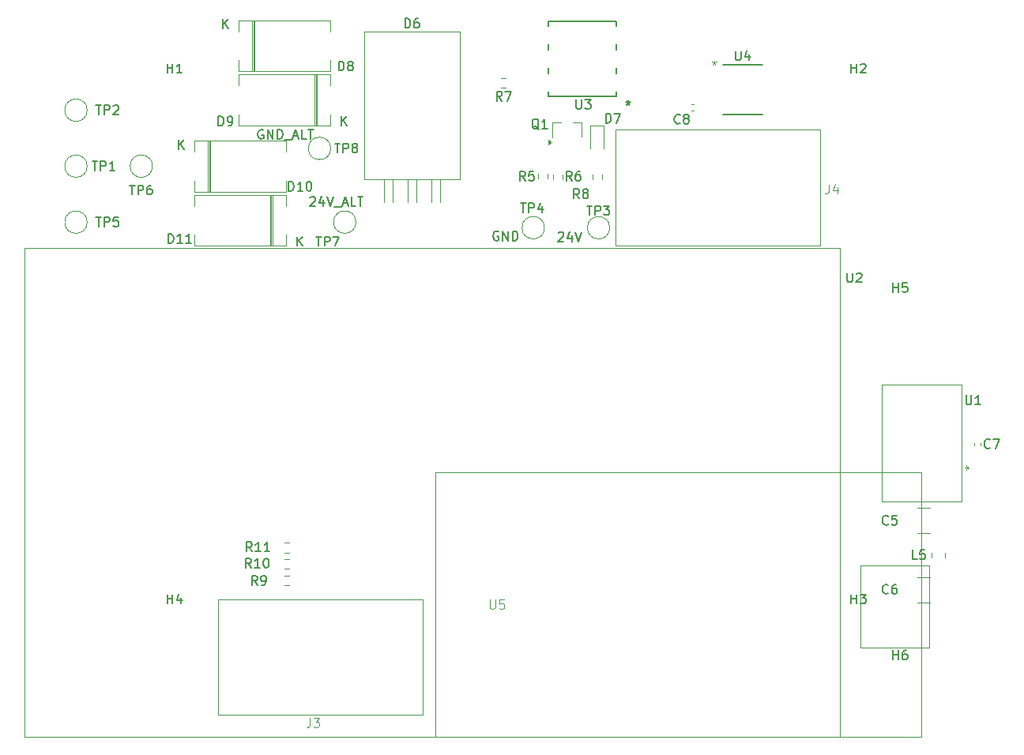
<source format=gto>
%TF.GenerationSoftware,KiCad,Pcbnew,9.0.0*%
%TF.CreationDate,2025-10-31T12:42:59+01:00*%
%TF.ProjectId,popcorn_roaster,706f7063-6f72-46e5-9f72-6f6173746572,rev?*%
%TF.SameCoordinates,Original*%
%TF.FileFunction,Legend,Top*%
%TF.FilePolarity,Positive*%
%FSLAX46Y46*%
G04 Gerber Fmt 4.6, Leading zero omitted, Abs format (unit mm)*
G04 Created by KiCad (PCBNEW 9.0.0) date 2025-10-31 12:42:59*
%MOMM*%
%LPD*%
G01*
G04 APERTURE LIST*
%ADD10C,0.150000*%
%ADD11C,0.100000*%
%ADD12C,0.120000*%
%ADD13C,0.050000*%
%ADD14C,0.152400*%
G04 APERTURE END LIST*
D10*
X25760588Y-12617438D02*
X25665350Y-12569819D01*
X25665350Y-12569819D02*
X25522493Y-12569819D01*
X25522493Y-12569819D02*
X25379636Y-12617438D01*
X25379636Y-12617438D02*
X25284398Y-12712676D01*
X25284398Y-12712676D02*
X25236779Y-12807914D01*
X25236779Y-12807914D02*
X25189160Y-12998390D01*
X25189160Y-12998390D02*
X25189160Y-13141247D01*
X25189160Y-13141247D02*
X25236779Y-13331723D01*
X25236779Y-13331723D02*
X25284398Y-13426961D01*
X25284398Y-13426961D02*
X25379636Y-13522200D01*
X25379636Y-13522200D02*
X25522493Y-13569819D01*
X25522493Y-13569819D02*
X25617731Y-13569819D01*
X25617731Y-13569819D02*
X25760588Y-13522200D01*
X25760588Y-13522200D02*
X25808207Y-13474580D01*
X25808207Y-13474580D02*
X25808207Y-13141247D01*
X25808207Y-13141247D02*
X25617731Y-13141247D01*
X26236779Y-13569819D02*
X26236779Y-12569819D01*
X26236779Y-12569819D02*
X26808207Y-13569819D01*
X26808207Y-13569819D02*
X26808207Y-12569819D01*
X27284398Y-13569819D02*
X27284398Y-12569819D01*
X27284398Y-12569819D02*
X27522493Y-12569819D01*
X27522493Y-12569819D02*
X27665350Y-12617438D01*
X27665350Y-12617438D02*
X27760588Y-12712676D01*
X27760588Y-12712676D02*
X27808207Y-12807914D01*
X27808207Y-12807914D02*
X27855826Y-12998390D01*
X27855826Y-12998390D02*
X27855826Y-13141247D01*
X27855826Y-13141247D02*
X27808207Y-13331723D01*
X27808207Y-13331723D02*
X27760588Y-13426961D01*
X27760588Y-13426961D02*
X27665350Y-13522200D01*
X27665350Y-13522200D02*
X27522493Y-13569819D01*
X27522493Y-13569819D02*
X27284398Y-13569819D01*
X28046303Y-13665057D02*
X28808207Y-13665057D01*
X28998684Y-13284104D02*
X29474874Y-13284104D01*
X28903446Y-13569819D02*
X29236779Y-12569819D01*
X29236779Y-12569819D02*
X29570112Y-13569819D01*
X30379636Y-13569819D02*
X29903446Y-13569819D01*
X29903446Y-13569819D02*
X29903446Y-12569819D01*
X30570113Y-12569819D02*
X31141541Y-12569819D01*
X30855827Y-13569819D02*
X30855827Y-12569819D01*
X50960588Y-23517438D02*
X50865350Y-23469819D01*
X50865350Y-23469819D02*
X50722493Y-23469819D01*
X50722493Y-23469819D02*
X50579636Y-23517438D01*
X50579636Y-23517438D02*
X50484398Y-23612676D01*
X50484398Y-23612676D02*
X50436779Y-23707914D01*
X50436779Y-23707914D02*
X50389160Y-23898390D01*
X50389160Y-23898390D02*
X50389160Y-24041247D01*
X50389160Y-24041247D02*
X50436779Y-24231723D01*
X50436779Y-24231723D02*
X50484398Y-24326961D01*
X50484398Y-24326961D02*
X50579636Y-24422200D01*
X50579636Y-24422200D02*
X50722493Y-24469819D01*
X50722493Y-24469819D02*
X50817731Y-24469819D01*
X50817731Y-24469819D02*
X50960588Y-24422200D01*
X50960588Y-24422200D02*
X51008207Y-24374580D01*
X51008207Y-24374580D02*
X51008207Y-24041247D01*
X51008207Y-24041247D02*
X50817731Y-24041247D01*
X51436779Y-24469819D02*
X51436779Y-23469819D01*
X51436779Y-23469819D02*
X52008207Y-24469819D01*
X52008207Y-24469819D02*
X52008207Y-23469819D01*
X52484398Y-24469819D02*
X52484398Y-23469819D01*
X52484398Y-23469819D02*
X52722493Y-23469819D01*
X52722493Y-23469819D02*
X52865350Y-23517438D01*
X52865350Y-23517438D02*
X52960588Y-23612676D01*
X52960588Y-23612676D02*
X53008207Y-23707914D01*
X53008207Y-23707914D02*
X53055826Y-23898390D01*
X53055826Y-23898390D02*
X53055826Y-24041247D01*
X53055826Y-24041247D02*
X53008207Y-24231723D01*
X53008207Y-24231723D02*
X52960588Y-24326961D01*
X52960588Y-24326961D02*
X52865350Y-24422200D01*
X52865350Y-24422200D02*
X52722493Y-24469819D01*
X52722493Y-24469819D02*
X52484398Y-24469819D01*
X57389160Y-23665057D02*
X57436779Y-23617438D01*
X57436779Y-23617438D02*
X57532017Y-23569819D01*
X57532017Y-23569819D02*
X57770112Y-23569819D01*
X57770112Y-23569819D02*
X57865350Y-23617438D01*
X57865350Y-23617438D02*
X57912969Y-23665057D01*
X57912969Y-23665057D02*
X57960588Y-23760295D01*
X57960588Y-23760295D02*
X57960588Y-23855533D01*
X57960588Y-23855533D02*
X57912969Y-23998390D01*
X57912969Y-23998390D02*
X57341541Y-24569819D01*
X57341541Y-24569819D02*
X57960588Y-24569819D01*
X58817731Y-23903152D02*
X58817731Y-24569819D01*
X58579636Y-23522200D02*
X58341541Y-24236485D01*
X58341541Y-24236485D02*
X58960588Y-24236485D01*
X59198684Y-23569819D02*
X59532017Y-24569819D01*
X59532017Y-24569819D02*
X59865350Y-23569819D01*
X30789160Y-19865057D02*
X30836779Y-19817438D01*
X30836779Y-19817438D02*
X30932017Y-19769819D01*
X30932017Y-19769819D02*
X31170112Y-19769819D01*
X31170112Y-19769819D02*
X31265350Y-19817438D01*
X31265350Y-19817438D02*
X31312969Y-19865057D01*
X31312969Y-19865057D02*
X31360588Y-19960295D01*
X31360588Y-19960295D02*
X31360588Y-20055533D01*
X31360588Y-20055533D02*
X31312969Y-20198390D01*
X31312969Y-20198390D02*
X30741541Y-20769819D01*
X30741541Y-20769819D02*
X31360588Y-20769819D01*
X32217731Y-20103152D02*
X32217731Y-20769819D01*
X31979636Y-19722200D02*
X31741541Y-20436485D01*
X31741541Y-20436485D02*
X32360588Y-20436485D01*
X32598684Y-19769819D02*
X32932017Y-20769819D01*
X32932017Y-20769819D02*
X33265350Y-19769819D01*
X33360589Y-20865057D02*
X34122493Y-20865057D01*
X34312970Y-20484104D02*
X34789160Y-20484104D01*
X34217732Y-20769819D02*
X34551065Y-19769819D01*
X34551065Y-19769819D02*
X34884398Y-20769819D01*
X35693922Y-20769819D02*
X35217732Y-20769819D01*
X35217732Y-20769819D02*
X35217732Y-19769819D01*
X35884399Y-19769819D02*
X36455827Y-19769819D01*
X36170113Y-20769819D02*
X36170113Y-19769819D01*
X15585714Y-24754819D02*
X15585714Y-23754819D01*
X15585714Y-23754819D02*
X15823809Y-23754819D01*
X15823809Y-23754819D02*
X15966666Y-23802438D01*
X15966666Y-23802438D02*
X16061904Y-23897676D01*
X16061904Y-23897676D02*
X16109523Y-23992914D01*
X16109523Y-23992914D02*
X16157142Y-24183390D01*
X16157142Y-24183390D02*
X16157142Y-24326247D01*
X16157142Y-24326247D02*
X16109523Y-24516723D01*
X16109523Y-24516723D02*
X16061904Y-24611961D01*
X16061904Y-24611961D02*
X15966666Y-24707200D01*
X15966666Y-24707200D02*
X15823809Y-24754819D01*
X15823809Y-24754819D02*
X15585714Y-24754819D01*
X17109523Y-24754819D02*
X16538095Y-24754819D01*
X16823809Y-24754819D02*
X16823809Y-23754819D01*
X16823809Y-23754819D02*
X16728571Y-23897676D01*
X16728571Y-23897676D02*
X16633333Y-23992914D01*
X16633333Y-23992914D02*
X16538095Y-24040533D01*
X18061904Y-24754819D02*
X17490476Y-24754819D01*
X17776190Y-24754819D02*
X17776190Y-23754819D01*
X17776190Y-23754819D02*
X17680952Y-23897676D01*
X17680952Y-23897676D02*
X17585714Y-23992914D01*
X17585714Y-23992914D02*
X17490476Y-24040533D01*
X29388095Y-25054819D02*
X29388095Y-24054819D01*
X29959523Y-25054819D02*
X29530952Y-24483390D01*
X29959523Y-24054819D02*
X29388095Y-24626247D01*
X59633333Y-19954819D02*
X59300000Y-19478628D01*
X59061905Y-19954819D02*
X59061905Y-18954819D01*
X59061905Y-18954819D02*
X59442857Y-18954819D01*
X59442857Y-18954819D02*
X59538095Y-19002438D01*
X59538095Y-19002438D02*
X59585714Y-19050057D01*
X59585714Y-19050057D02*
X59633333Y-19145295D01*
X59633333Y-19145295D02*
X59633333Y-19288152D01*
X59633333Y-19288152D02*
X59585714Y-19383390D01*
X59585714Y-19383390D02*
X59538095Y-19431009D01*
X59538095Y-19431009D02*
X59442857Y-19478628D01*
X59442857Y-19478628D02*
X59061905Y-19478628D01*
X60204762Y-19383390D02*
X60109524Y-19335771D01*
X60109524Y-19335771D02*
X60061905Y-19288152D01*
X60061905Y-19288152D02*
X60014286Y-19192914D01*
X60014286Y-19192914D02*
X60014286Y-19145295D01*
X60014286Y-19145295D02*
X60061905Y-19050057D01*
X60061905Y-19050057D02*
X60109524Y-19002438D01*
X60109524Y-19002438D02*
X60204762Y-18954819D01*
X60204762Y-18954819D02*
X60395238Y-18954819D01*
X60395238Y-18954819D02*
X60490476Y-19002438D01*
X60490476Y-19002438D02*
X60538095Y-19050057D01*
X60538095Y-19050057D02*
X60585714Y-19145295D01*
X60585714Y-19145295D02*
X60585714Y-19192914D01*
X60585714Y-19192914D02*
X60538095Y-19288152D01*
X60538095Y-19288152D02*
X60490476Y-19335771D01*
X60490476Y-19335771D02*
X60395238Y-19383390D01*
X60395238Y-19383390D02*
X60204762Y-19383390D01*
X60204762Y-19383390D02*
X60109524Y-19431009D01*
X60109524Y-19431009D02*
X60061905Y-19478628D01*
X60061905Y-19478628D02*
X60014286Y-19573866D01*
X60014286Y-19573866D02*
X60014286Y-19764342D01*
X60014286Y-19764342D02*
X60061905Y-19859580D01*
X60061905Y-19859580D02*
X60109524Y-19907200D01*
X60109524Y-19907200D02*
X60204762Y-19954819D01*
X60204762Y-19954819D02*
X60395238Y-19954819D01*
X60395238Y-19954819D02*
X60490476Y-19907200D01*
X60490476Y-19907200D02*
X60538095Y-19859580D01*
X60538095Y-19859580D02*
X60585714Y-19764342D01*
X60585714Y-19764342D02*
X60585714Y-19573866D01*
X60585714Y-19573866D02*
X60538095Y-19478628D01*
X60538095Y-19478628D02*
X60490476Y-19431009D01*
X60490476Y-19431009D02*
X60395238Y-19383390D01*
X7438095Y-15956819D02*
X8009523Y-15956819D01*
X7723809Y-16956819D02*
X7723809Y-15956819D01*
X8342857Y-16956819D02*
X8342857Y-15956819D01*
X8342857Y-15956819D02*
X8723809Y-15956819D01*
X8723809Y-15956819D02*
X8819047Y-16004438D01*
X8819047Y-16004438D02*
X8866666Y-16052057D01*
X8866666Y-16052057D02*
X8914285Y-16147295D01*
X8914285Y-16147295D02*
X8914285Y-16290152D01*
X8914285Y-16290152D02*
X8866666Y-16385390D01*
X8866666Y-16385390D02*
X8819047Y-16433009D01*
X8819047Y-16433009D02*
X8723809Y-16480628D01*
X8723809Y-16480628D02*
X8342857Y-16480628D01*
X9866666Y-16956819D02*
X9295238Y-16956819D01*
X9580952Y-16956819D02*
X9580952Y-15956819D01*
X9580952Y-15956819D02*
X9485714Y-16099676D01*
X9485714Y-16099676D02*
X9390476Y-16194914D01*
X9390476Y-16194914D02*
X9295238Y-16242533D01*
X92733333Y-54859580D02*
X92685714Y-54907200D01*
X92685714Y-54907200D02*
X92542857Y-54954819D01*
X92542857Y-54954819D02*
X92447619Y-54954819D01*
X92447619Y-54954819D02*
X92304762Y-54907200D01*
X92304762Y-54907200D02*
X92209524Y-54811961D01*
X92209524Y-54811961D02*
X92161905Y-54716723D01*
X92161905Y-54716723D02*
X92114286Y-54526247D01*
X92114286Y-54526247D02*
X92114286Y-54383390D01*
X92114286Y-54383390D02*
X92161905Y-54192914D01*
X92161905Y-54192914D02*
X92209524Y-54097676D01*
X92209524Y-54097676D02*
X92304762Y-54002438D01*
X92304762Y-54002438D02*
X92447619Y-53954819D01*
X92447619Y-53954819D02*
X92542857Y-53954819D01*
X92542857Y-53954819D02*
X92685714Y-54002438D01*
X92685714Y-54002438D02*
X92733333Y-54050057D01*
X93638095Y-53954819D02*
X93161905Y-53954819D01*
X93161905Y-53954819D02*
X93114286Y-54431009D01*
X93114286Y-54431009D02*
X93161905Y-54383390D01*
X93161905Y-54383390D02*
X93257143Y-54335771D01*
X93257143Y-54335771D02*
X93495238Y-54335771D01*
X93495238Y-54335771D02*
X93590476Y-54383390D01*
X93590476Y-54383390D02*
X93638095Y-54431009D01*
X93638095Y-54431009D02*
X93685714Y-54526247D01*
X93685714Y-54526247D02*
X93685714Y-54764342D01*
X93685714Y-54764342D02*
X93638095Y-54859580D01*
X93638095Y-54859580D02*
X93590476Y-54907200D01*
X93590476Y-54907200D02*
X93495238Y-54954819D01*
X93495238Y-54954819D02*
X93257143Y-54954819D01*
X93257143Y-54954819D02*
X93161905Y-54907200D01*
X93161905Y-54907200D02*
X93114286Y-54859580D01*
X24457142Y-59554819D02*
X24123809Y-59078628D01*
X23885714Y-59554819D02*
X23885714Y-58554819D01*
X23885714Y-58554819D02*
X24266666Y-58554819D01*
X24266666Y-58554819D02*
X24361904Y-58602438D01*
X24361904Y-58602438D02*
X24409523Y-58650057D01*
X24409523Y-58650057D02*
X24457142Y-58745295D01*
X24457142Y-58745295D02*
X24457142Y-58888152D01*
X24457142Y-58888152D02*
X24409523Y-58983390D01*
X24409523Y-58983390D02*
X24361904Y-59031009D01*
X24361904Y-59031009D02*
X24266666Y-59078628D01*
X24266666Y-59078628D02*
X23885714Y-59078628D01*
X25409523Y-59554819D02*
X24838095Y-59554819D01*
X25123809Y-59554819D02*
X25123809Y-58554819D01*
X25123809Y-58554819D02*
X25028571Y-58697676D01*
X25028571Y-58697676D02*
X24933333Y-58792914D01*
X24933333Y-58792914D02*
X24838095Y-58840533D01*
X26028571Y-58554819D02*
X26123809Y-58554819D01*
X26123809Y-58554819D02*
X26219047Y-58602438D01*
X26219047Y-58602438D02*
X26266666Y-58650057D01*
X26266666Y-58650057D02*
X26314285Y-58745295D01*
X26314285Y-58745295D02*
X26361904Y-58935771D01*
X26361904Y-58935771D02*
X26361904Y-59173866D01*
X26361904Y-59173866D02*
X26314285Y-59364342D01*
X26314285Y-59364342D02*
X26266666Y-59459580D01*
X26266666Y-59459580D02*
X26219047Y-59507200D01*
X26219047Y-59507200D02*
X26123809Y-59554819D01*
X26123809Y-59554819D02*
X26028571Y-59554819D01*
X26028571Y-59554819D02*
X25933333Y-59507200D01*
X25933333Y-59507200D02*
X25885714Y-59459580D01*
X25885714Y-59459580D02*
X25838095Y-59364342D01*
X25838095Y-59364342D02*
X25790476Y-59173866D01*
X25790476Y-59173866D02*
X25790476Y-58935771D01*
X25790476Y-58935771D02*
X25838095Y-58745295D01*
X25838095Y-58745295D02*
X25885714Y-58650057D01*
X25885714Y-58650057D02*
X25933333Y-58602438D01*
X25933333Y-58602438D02*
X26028571Y-58554819D01*
X58833333Y-18054819D02*
X58500000Y-17578628D01*
X58261905Y-18054819D02*
X58261905Y-17054819D01*
X58261905Y-17054819D02*
X58642857Y-17054819D01*
X58642857Y-17054819D02*
X58738095Y-17102438D01*
X58738095Y-17102438D02*
X58785714Y-17150057D01*
X58785714Y-17150057D02*
X58833333Y-17245295D01*
X58833333Y-17245295D02*
X58833333Y-17388152D01*
X58833333Y-17388152D02*
X58785714Y-17483390D01*
X58785714Y-17483390D02*
X58738095Y-17531009D01*
X58738095Y-17531009D02*
X58642857Y-17578628D01*
X58642857Y-17578628D02*
X58261905Y-17578628D01*
X59690476Y-17054819D02*
X59500000Y-17054819D01*
X59500000Y-17054819D02*
X59404762Y-17102438D01*
X59404762Y-17102438D02*
X59357143Y-17150057D01*
X59357143Y-17150057D02*
X59261905Y-17292914D01*
X59261905Y-17292914D02*
X59214286Y-17483390D01*
X59214286Y-17483390D02*
X59214286Y-17864342D01*
X59214286Y-17864342D02*
X59261905Y-17959580D01*
X59261905Y-17959580D02*
X59309524Y-18007200D01*
X59309524Y-18007200D02*
X59404762Y-18054819D01*
X59404762Y-18054819D02*
X59595238Y-18054819D01*
X59595238Y-18054819D02*
X59690476Y-18007200D01*
X59690476Y-18007200D02*
X59738095Y-17959580D01*
X59738095Y-17959580D02*
X59785714Y-17864342D01*
X59785714Y-17864342D02*
X59785714Y-17626247D01*
X59785714Y-17626247D02*
X59738095Y-17531009D01*
X59738095Y-17531009D02*
X59690476Y-17483390D01*
X59690476Y-17483390D02*
X59595238Y-17435771D01*
X59595238Y-17435771D02*
X59404762Y-17435771D01*
X59404762Y-17435771D02*
X59309524Y-17483390D01*
X59309524Y-17483390D02*
X59261905Y-17531009D01*
X59261905Y-17531009D02*
X59214286Y-17626247D01*
X33861905Y-6254819D02*
X33861905Y-5254819D01*
X33861905Y-5254819D02*
X34100000Y-5254819D01*
X34100000Y-5254819D02*
X34242857Y-5302438D01*
X34242857Y-5302438D02*
X34338095Y-5397676D01*
X34338095Y-5397676D02*
X34385714Y-5492914D01*
X34385714Y-5492914D02*
X34433333Y-5683390D01*
X34433333Y-5683390D02*
X34433333Y-5826247D01*
X34433333Y-5826247D02*
X34385714Y-6016723D01*
X34385714Y-6016723D02*
X34338095Y-6111961D01*
X34338095Y-6111961D02*
X34242857Y-6207200D01*
X34242857Y-6207200D02*
X34100000Y-6254819D01*
X34100000Y-6254819D02*
X33861905Y-6254819D01*
X35004762Y-5683390D02*
X34909524Y-5635771D01*
X34909524Y-5635771D02*
X34861905Y-5588152D01*
X34861905Y-5588152D02*
X34814286Y-5492914D01*
X34814286Y-5492914D02*
X34814286Y-5445295D01*
X34814286Y-5445295D02*
X34861905Y-5350057D01*
X34861905Y-5350057D02*
X34909524Y-5302438D01*
X34909524Y-5302438D02*
X35004762Y-5254819D01*
X35004762Y-5254819D02*
X35195238Y-5254819D01*
X35195238Y-5254819D02*
X35290476Y-5302438D01*
X35290476Y-5302438D02*
X35338095Y-5350057D01*
X35338095Y-5350057D02*
X35385714Y-5445295D01*
X35385714Y-5445295D02*
X35385714Y-5492914D01*
X35385714Y-5492914D02*
X35338095Y-5588152D01*
X35338095Y-5588152D02*
X35290476Y-5635771D01*
X35290476Y-5635771D02*
X35195238Y-5683390D01*
X35195238Y-5683390D02*
X35004762Y-5683390D01*
X35004762Y-5683390D02*
X34909524Y-5731009D01*
X34909524Y-5731009D02*
X34861905Y-5778628D01*
X34861905Y-5778628D02*
X34814286Y-5873866D01*
X34814286Y-5873866D02*
X34814286Y-6064342D01*
X34814286Y-6064342D02*
X34861905Y-6159580D01*
X34861905Y-6159580D02*
X34909524Y-6207200D01*
X34909524Y-6207200D02*
X35004762Y-6254819D01*
X35004762Y-6254819D02*
X35195238Y-6254819D01*
X35195238Y-6254819D02*
X35290476Y-6207200D01*
X35290476Y-6207200D02*
X35338095Y-6159580D01*
X35338095Y-6159580D02*
X35385714Y-6064342D01*
X35385714Y-6064342D02*
X35385714Y-5873866D01*
X35385714Y-5873866D02*
X35338095Y-5778628D01*
X35338095Y-5778628D02*
X35290476Y-5731009D01*
X35290476Y-5731009D02*
X35195238Y-5683390D01*
X21438095Y-1754819D02*
X21438095Y-754819D01*
X22009523Y-1754819D02*
X21580952Y-1183390D01*
X22009523Y-754819D02*
X21438095Y-1326247D01*
X93238095Y-30004819D02*
X93238095Y-29004819D01*
X93238095Y-29481009D02*
X93809523Y-29481009D01*
X93809523Y-30004819D02*
X93809523Y-29004819D01*
X94761904Y-29004819D02*
X94285714Y-29004819D01*
X94285714Y-29004819D02*
X94238095Y-29481009D01*
X94238095Y-29481009D02*
X94285714Y-29433390D01*
X94285714Y-29433390D02*
X94380952Y-29385771D01*
X94380952Y-29385771D02*
X94619047Y-29385771D01*
X94619047Y-29385771D02*
X94714285Y-29433390D01*
X94714285Y-29433390D02*
X94761904Y-29481009D01*
X94761904Y-29481009D02*
X94809523Y-29576247D01*
X94809523Y-29576247D02*
X94809523Y-29814342D01*
X94809523Y-29814342D02*
X94761904Y-29909580D01*
X94761904Y-29909580D02*
X94714285Y-29957200D01*
X94714285Y-29957200D02*
X94619047Y-30004819D01*
X94619047Y-30004819D02*
X94380952Y-30004819D01*
X94380952Y-30004819D02*
X94285714Y-29957200D01*
X94285714Y-29957200D02*
X94238095Y-29909580D01*
X92733333Y-62259580D02*
X92685714Y-62307200D01*
X92685714Y-62307200D02*
X92542857Y-62354819D01*
X92542857Y-62354819D02*
X92447619Y-62354819D01*
X92447619Y-62354819D02*
X92304762Y-62307200D01*
X92304762Y-62307200D02*
X92209524Y-62211961D01*
X92209524Y-62211961D02*
X92161905Y-62116723D01*
X92161905Y-62116723D02*
X92114286Y-61926247D01*
X92114286Y-61926247D02*
X92114286Y-61783390D01*
X92114286Y-61783390D02*
X92161905Y-61592914D01*
X92161905Y-61592914D02*
X92209524Y-61497676D01*
X92209524Y-61497676D02*
X92304762Y-61402438D01*
X92304762Y-61402438D02*
X92447619Y-61354819D01*
X92447619Y-61354819D02*
X92542857Y-61354819D01*
X92542857Y-61354819D02*
X92685714Y-61402438D01*
X92685714Y-61402438D02*
X92733333Y-61450057D01*
X93590476Y-61354819D02*
X93400000Y-61354819D01*
X93400000Y-61354819D02*
X93304762Y-61402438D01*
X93304762Y-61402438D02*
X93257143Y-61450057D01*
X93257143Y-61450057D02*
X93161905Y-61592914D01*
X93161905Y-61592914D02*
X93114286Y-61783390D01*
X93114286Y-61783390D02*
X93114286Y-62164342D01*
X93114286Y-62164342D02*
X93161905Y-62259580D01*
X93161905Y-62259580D02*
X93209524Y-62307200D01*
X93209524Y-62307200D02*
X93304762Y-62354819D01*
X93304762Y-62354819D02*
X93495238Y-62354819D01*
X93495238Y-62354819D02*
X93590476Y-62307200D01*
X93590476Y-62307200D02*
X93638095Y-62259580D01*
X93638095Y-62259580D02*
X93685714Y-62164342D01*
X93685714Y-62164342D02*
X93685714Y-61926247D01*
X93685714Y-61926247D02*
X93638095Y-61831009D01*
X93638095Y-61831009D02*
X93590476Y-61783390D01*
X93590476Y-61783390D02*
X93495238Y-61735771D01*
X93495238Y-61735771D02*
X93304762Y-61735771D01*
X93304762Y-61735771D02*
X93209524Y-61783390D01*
X93209524Y-61783390D02*
X93161905Y-61831009D01*
X93161905Y-61831009D02*
X93114286Y-61926247D01*
X70433333Y-11859580D02*
X70385714Y-11907200D01*
X70385714Y-11907200D02*
X70242857Y-11954819D01*
X70242857Y-11954819D02*
X70147619Y-11954819D01*
X70147619Y-11954819D02*
X70004762Y-11907200D01*
X70004762Y-11907200D02*
X69909524Y-11811961D01*
X69909524Y-11811961D02*
X69861905Y-11716723D01*
X69861905Y-11716723D02*
X69814286Y-11526247D01*
X69814286Y-11526247D02*
X69814286Y-11383390D01*
X69814286Y-11383390D02*
X69861905Y-11192914D01*
X69861905Y-11192914D02*
X69909524Y-11097676D01*
X69909524Y-11097676D02*
X70004762Y-11002438D01*
X70004762Y-11002438D02*
X70147619Y-10954819D01*
X70147619Y-10954819D02*
X70242857Y-10954819D01*
X70242857Y-10954819D02*
X70385714Y-11002438D01*
X70385714Y-11002438D02*
X70433333Y-11050057D01*
X71004762Y-11383390D02*
X70909524Y-11335771D01*
X70909524Y-11335771D02*
X70861905Y-11288152D01*
X70861905Y-11288152D02*
X70814286Y-11192914D01*
X70814286Y-11192914D02*
X70814286Y-11145295D01*
X70814286Y-11145295D02*
X70861905Y-11050057D01*
X70861905Y-11050057D02*
X70909524Y-11002438D01*
X70909524Y-11002438D02*
X71004762Y-10954819D01*
X71004762Y-10954819D02*
X71195238Y-10954819D01*
X71195238Y-10954819D02*
X71290476Y-11002438D01*
X71290476Y-11002438D02*
X71338095Y-11050057D01*
X71338095Y-11050057D02*
X71385714Y-11145295D01*
X71385714Y-11145295D02*
X71385714Y-11192914D01*
X71385714Y-11192914D02*
X71338095Y-11288152D01*
X71338095Y-11288152D02*
X71290476Y-11335771D01*
X71290476Y-11335771D02*
X71195238Y-11383390D01*
X71195238Y-11383390D02*
X71004762Y-11383390D01*
X71004762Y-11383390D02*
X70909524Y-11431009D01*
X70909524Y-11431009D02*
X70861905Y-11478628D01*
X70861905Y-11478628D02*
X70814286Y-11573866D01*
X70814286Y-11573866D02*
X70814286Y-11764342D01*
X70814286Y-11764342D02*
X70861905Y-11859580D01*
X70861905Y-11859580D02*
X70909524Y-11907200D01*
X70909524Y-11907200D02*
X71004762Y-11954819D01*
X71004762Y-11954819D02*
X71195238Y-11954819D01*
X71195238Y-11954819D02*
X71290476Y-11907200D01*
X71290476Y-11907200D02*
X71338095Y-11859580D01*
X71338095Y-11859580D02*
X71385714Y-11764342D01*
X71385714Y-11764342D02*
X71385714Y-11573866D01*
X71385714Y-11573866D02*
X71338095Y-11478628D01*
X71338095Y-11478628D02*
X71290476Y-11431009D01*
X71290476Y-11431009D02*
X71195238Y-11383390D01*
X95833333Y-58654819D02*
X95357143Y-58654819D01*
X95357143Y-58654819D02*
X95357143Y-57654819D01*
X96642857Y-57654819D02*
X96166667Y-57654819D01*
X96166667Y-57654819D02*
X96119048Y-58131009D01*
X96119048Y-58131009D02*
X96166667Y-58083390D01*
X96166667Y-58083390D02*
X96261905Y-58035771D01*
X96261905Y-58035771D02*
X96500000Y-58035771D01*
X96500000Y-58035771D02*
X96595238Y-58083390D01*
X96595238Y-58083390D02*
X96642857Y-58131009D01*
X96642857Y-58131009D02*
X96690476Y-58226247D01*
X96690476Y-58226247D02*
X96690476Y-58464342D01*
X96690476Y-58464342D02*
X96642857Y-58559580D01*
X96642857Y-58559580D02*
X96595238Y-58607200D01*
X96595238Y-58607200D02*
X96500000Y-58654819D01*
X96500000Y-58654819D02*
X96261905Y-58654819D01*
X96261905Y-58654819D02*
X96166667Y-58607200D01*
X96166667Y-58607200D02*
X96119048Y-58559580D01*
X103633333Y-46659580D02*
X103585714Y-46707200D01*
X103585714Y-46707200D02*
X103442857Y-46754819D01*
X103442857Y-46754819D02*
X103347619Y-46754819D01*
X103347619Y-46754819D02*
X103204762Y-46707200D01*
X103204762Y-46707200D02*
X103109524Y-46611961D01*
X103109524Y-46611961D02*
X103061905Y-46516723D01*
X103061905Y-46516723D02*
X103014286Y-46326247D01*
X103014286Y-46326247D02*
X103014286Y-46183390D01*
X103014286Y-46183390D02*
X103061905Y-45992914D01*
X103061905Y-45992914D02*
X103109524Y-45897676D01*
X103109524Y-45897676D02*
X103204762Y-45802438D01*
X103204762Y-45802438D02*
X103347619Y-45754819D01*
X103347619Y-45754819D02*
X103442857Y-45754819D01*
X103442857Y-45754819D02*
X103585714Y-45802438D01*
X103585714Y-45802438D02*
X103633333Y-45850057D01*
X103966667Y-45754819D02*
X104633333Y-45754819D01*
X104633333Y-45754819D02*
X104204762Y-46754819D01*
X40961905Y-1674819D02*
X40961905Y-674819D01*
X40961905Y-674819D02*
X41200000Y-674819D01*
X41200000Y-674819D02*
X41342857Y-722438D01*
X41342857Y-722438D02*
X41438095Y-817676D01*
X41438095Y-817676D02*
X41485714Y-912914D01*
X41485714Y-912914D02*
X41533333Y-1103390D01*
X41533333Y-1103390D02*
X41533333Y-1246247D01*
X41533333Y-1246247D02*
X41485714Y-1436723D01*
X41485714Y-1436723D02*
X41438095Y-1531961D01*
X41438095Y-1531961D02*
X41342857Y-1627200D01*
X41342857Y-1627200D02*
X41200000Y-1674819D01*
X41200000Y-1674819D02*
X40961905Y-1674819D01*
X42390476Y-674819D02*
X42200000Y-674819D01*
X42200000Y-674819D02*
X42104762Y-722438D01*
X42104762Y-722438D02*
X42057143Y-770057D01*
X42057143Y-770057D02*
X41961905Y-912914D01*
X41961905Y-912914D02*
X41914286Y-1103390D01*
X41914286Y-1103390D02*
X41914286Y-1484342D01*
X41914286Y-1484342D02*
X41961905Y-1579580D01*
X41961905Y-1579580D02*
X42009524Y-1627200D01*
X42009524Y-1627200D02*
X42104762Y-1674819D01*
X42104762Y-1674819D02*
X42295238Y-1674819D01*
X42295238Y-1674819D02*
X42390476Y-1627200D01*
X42390476Y-1627200D02*
X42438095Y-1579580D01*
X42438095Y-1579580D02*
X42485714Y-1484342D01*
X42485714Y-1484342D02*
X42485714Y-1246247D01*
X42485714Y-1246247D02*
X42438095Y-1151009D01*
X42438095Y-1151009D02*
X42390476Y-1103390D01*
X42390476Y-1103390D02*
X42295238Y-1055771D01*
X42295238Y-1055771D02*
X42104762Y-1055771D01*
X42104762Y-1055771D02*
X42009524Y-1103390D01*
X42009524Y-1103390D02*
X41961905Y-1151009D01*
X41961905Y-1151009D02*
X41914286Y-1246247D01*
X15488095Y-63404819D02*
X15488095Y-62404819D01*
X15488095Y-62881009D02*
X16059523Y-62881009D01*
X16059523Y-63404819D02*
X16059523Y-62404819D01*
X16964285Y-62738152D02*
X16964285Y-63404819D01*
X16726190Y-62357200D02*
X16488095Y-63071485D01*
X16488095Y-63071485D02*
X17107142Y-63071485D01*
X7838095Y-21954819D02*
X8409523Y-21954819D01*
X8123809Y-22954819D02*
X8123809Y-21954819D01*
X8742857Y-22954819D02*
X8742857Y-21954819D01*
X8742857Y-21954819D02*
X9123809Y-21954819D01*
X9123809Y-21954819D02*
X9219047Y-22002438D01*
X9219047Y-22002438D02*
X9266666Y-22050057D01*
X9266666Y-22050057D02*
X9314285Y-22145295D01*
X9314285Y-22145295D02*
X9314285Y-22288152D01*
X9314285Y-22288152D02*
X9266666Y-22383390D01*
X9266666Y-22383390D02*
X9219047Y-22431009D01*
X9219047Y-22431009D02*
X9123809Y-22478628D01*
X9123809Y-22478628D02*
X8742857Y-22478628D01*
X10219047Y-21954819D02*
X9742857Y-21954819D01*
X9742857Y-21954819D02*
X9695238Y-22431009D01*
X9695238Y-22431009D02*
X9742857Y-22383390D01*
X9742857Y-22383390D02*
X9838095Y-22335771D01*
X9838095Y-22335771D02*
X10076190Y-22335771D01*
X10076190Y-22335771D02*
X10171428Y-22383390D01*
X10171428Y-22383390D02*
X10219047Y-22431009D01*
X10219047Y-22431009D02*
X10266666Y-22526247D01*
X10266666Y-22526247D02*
X10266666Y-22764342D01*
X10266666Y-22764342D02*
X10219047Y-22859580D01*
X10219047Y-22859580D02*
X10171428Y-22907200D01*
X10171428Y-22907200D02*
X10076190Y-22954819D01*
X10076190Y-22954819D02*
X9838095Y-22954819D01*
X9838095Y-22954819D02*
X9742857Y-22907200D01*
X9742857Y-22907200D02*
X9695238Y-22859580D01*
X7838095Y-9954819D02*
X8409523Y-9954819D01*
X8123809Y-10954819D02*
X8123809Y-9954819D01*
X8742857Y-10954819D02*
X8742857Y-9954819D01*
X8742857Y-9954819D02*
X9123809Y-9954819D01*
X9123809Y-9954819D02*
X9219047Y-10002438D01*
X9219047Y-10002438D02*
X9266666Y-10050057D01*
X9266666Y-10050057D02*
X9314285Y-10145295D01*
X9314285Y-10145295D02*
X9314285Y-10288152D01*
X9314285Y-10288152D02*
X9266666Y-10383390D01*
X9266666Y-10383390D02*
X9219047Y-10431009D01*
X9219047Y-10431009D02*
X9123809Y-10478628D01*
X9123809Y-10478628D02*
X8742857Y-10478628D01*
X9695238Y-10050057D02*
X9742857Y-10002438D01*
X9742857Y-10002438D02*
X9838095Y-9954819D01*
X9838095Y-9954819D02*
X10076190Y-9954819D01*
X10076190Y-9954819D02*
X10171428Y-10002438D01*
X10171428Y-10002438D02*
X10219047Y-10050057D01*
X10219047Y-10050057D02*
X10266666Y-10145295D01*
X10266666Y-10145295D02*
X10266666Y-10240533D01*
X10266666Y-10240533D02*
X10219047Y-10383390D01*
X10219047Y-10383390D02*
X9647619Y-10954819D01*
X9647619Y-10954819D02*
X10266666Y-10954819D01*
X62461905Y-11854819D02*
X62461905Y-10854819D01*
X62461905Y-10854819D02*
X62700000Y-10854819D01*
X62700000Y-10854819D02*
X62842857Y-10902438D01*
X62842857Y-10902438D02*
X62938095Y-10997676D01*
X62938095Y-10997676D02*
X62985714Y-11092914D01*
X62985714Y-11092914D02*
X63033333Y-11283390D01*
X63033333Y-11283390D02*
X63033333Y-11426247D01*
X63033333Y-11426247D02*
X62985714Y-11616723D01*
X62985714Y-11616723D02*
X62938095Y-11711961D01*
X62938095Y-11711961D02*
X62842857Y-11807200D01*
X62842857Y-11807200D02*
X62700000Y-11854819D01*
X62700000Y-11854819D02*
X62461905Y-11854819D01*
X63366667Y-10854819D02*
X64033333Y-10854819D01*
X64033333Y-10854819D02*
X63604762Y-11854819D01*
X55304761Y-12550057D02*
X55209523Y-12502438D01*
X55209523Y-12502438D02*
X55114285Y-12407200D01*
X55114285Y-12407200D02*
X54971428Y-12264342D01*
X54971428Y-12264342D02*
X54876190Y-12216723D01*
X54876190Y-12216723D02*
X54780952Y-12216723D01*
X54828571Y-12454819D02*
X54733333Y-12407200D01*
X54733333Y-12407200D02*
X54638095Y-12311961D01*
X54638095Y-12311961D02*
X54590476Y-12121485D01*
X54590476Y-12121485D02*
X54590476Y-11788152D01*
X54590476Y-11788152D02*
X54638095Y-11597676D01*
X54638095Y-11597676D02*
X54733333Y-11502438D01*
X54733333Y-11502438D02*
X54828571Y-11454819D01*
X54828571Y-11454819D02*
X55019047Y-11454819D01*
X55019047Y-11454819D02*
X55114285Y-11502438D01*
X55114285Y-11502438D02*
X55209523Y-11597676D01*
X55209523Y-11597676D02*
X55257142Y-11788152D01*
X55257142Y-11788152D02*
X55257142Y-12121485D01*
X55257142Y-12121485D02*
X55209523Y-12311961D01*
X55209523Y-12311961D02*
X55114285Y-12407200D01*
X55114285Y-12407200D02*
X55019047Y-12454819D01*
X55019047Y-12454819D02*
X54828571Y-12454819D01*
X56209523Y-12454819D02*
X55638095Y-12454819D01*
X55923809Y-12454819D02*
X55923809Y-11454819D01*
X55923809Y-11454819D02*
X55828571Y-11597676D01*
X55828571Y-11597676D02*
X55733333Y-11692914D01*
X55733333Y-11692914D02*
X55638095Y-11740533D01*
X53338095Y-20454819D02*
X53909523Y-20454819D01*
X53623809Y-21454819D02*
X53623809Y-20454819D01*
X54242857Y-21454819D02*
X54242857Y-20454819D01*
X54242857Y-20454819D02*
X54623809Y-20454819D01*
X54623809Y-20454819D02*
X54719047Y-20502438D01*
X54719047Y-20502438D02*
X54766666Y-20550057D01*
X54766666Y-20550057D02*
X54814285Y-20645295D01*
X54814285Y-20645295D02*
X54814285Y-20788152D01*
X54814285Y-20788152D02*
X54766666Y-20883390D01*
X54766666Y-20883390D02*
X54719047Y-20931009D01*
X54719047Y-20931009D02*
X54623809Y-20978628D01*
X54623809Y-20978628D02*
X54242857Y-20978628D01*
X55671428Y-20788152D02*
X55671428Y-21454819D01*
X55433333Y-20407200D02*
X55195238Y-21121485D01*
X55195238Y-21121485D02*
X55814285Y-21121485D01*
X15488095Y-6504819D02*
X15488095Y-5504819D01*
X15488095Y-5981009D02*
X16059523Y-5981009D01*
X16059523Y-6504819D02*
X16059523Y-5504819D01*
X17059523Y-6504819D02*
X16488095Y-6504819D01*
X16773809Y-6504819D02*
X16773809Y-5504819D01*
X16773809Y-5504819D02*
X16678571Y-5647676D01*
X16678571Y-5647676D02*
X16583333Y-5742914D01*
X16583333Y-5742914D02*
X16488095Y-5790533D01*
X88338095Y-27954819D02*
X88338095Y-28764342D01*
X88338095Y-28764342D02*
X88385714Y-28859580D01*
X88385714Y-28859580D02*
X88433333Y-28907200D01*
X88433333Y-28907200D02*
X88528571Y-28954819D01*
X88528571Y-28954819D02*
X88719047Y-28954819D01*
X88719047Y-28954819D02*
X88814285Y-28907200D01*
X88814285Y-28907200D02*
X88861904Y-28859580D01*
X88861904Y-28859580D02*
X88909523Y-28764342D01*
X88909523Y-28764342D02*
X88909523Y-27954819D01*
X89338095Y-28050057D02*
X89385714Y-28002438D01*
X89385714Y-28002438D02*
X89480952Y-27954819D01*
X89480952Y-27954819D02*
X89719047Y-27954819D01*
X89719047Y-27954819D02*
X89814285Y-28002438D01*
X89814285Y-28002438D02*
X89861904Y-28050057D01*
X89861904Y-28050057D02*
X89909523Y-28145295D01*
X89909523Y-28145295D02*
X89909523Y-28240533D01*
X89909523Y-28240533D02*
X89861904Y-28383390D01*
X89861904Y-28383390D02*
X89290476Y-28954819D01*
X89290476Y-28954819D02*
X89909523Y-28954819D01*
X51345833Y-9484819D02*
X51012500Y-9008628D01*
X50774405Y-9484819D02*
X50774405Y-8484819D01*
X50774405Y-8484819D02*
X51155357Y-8484819D01*
X51155357Y-8484819D02*
X51250595Y-8532438D01*
X51250595Y-8532438D02*
X51298214Y-8580057D01*
X51298214Y-8580057D02*
X51345833Y-8675295D01*
X51345833Y-8675295D02*
X51345833Y-8818152D01*
X51345833Y-8818152D02*
X51298214Y-8913390D01*
X51298214Y-8913390D02*
X51250595Y-8961009D01*
X51250595Y-8961009D02*
X51155357Y-9008628D01*
X51155357Y-9008628D02*
X50774405Y-9008628D01*
X51679167Y-8484819D02*
X52345833Y-8484819D01*
X52345833Y-8484819D02*
X51917262Y-9484819D01*
D11*
X86366666Y-18457419D02*
X86366666Y-19171704D01*
X86366666Y-19171704D02*
X86319047Y-19314561D01*
X86319047Y-19314561D02*
X86223809Y-19409800D01*
X86223809Y-19409800D02*
X86080952Y-19457419D01*
X86080952Y-19457419D02*
X85985714Y-19457419D01*
X87271428Y-18790752D02*
X87271428Y-19457419D01*
X87033333Y-18409800D02*
X86795238Y-19124085D01*
X86795238Y-19124085D02*
X87414285Y-19124085D01*
D10*
X76373095Y-4154819D02*
X76373095Y-4964342D01*
X76373095Y-4964342D02*
X76420714Y-5059580D01*
X76420714Y-5059580D02*
X76468333Y-5107200D01*
X76468333Y-5107200D02*
X76563571Y-5154819D01*
X76563571Y-5154819D02*
X76754047Y-5154819D01*
X76754047Y-5154819D02*
X76849285Y-5107200D01*
X76849285Y-5107200D02*
X76896904Y-5059580D01*
X76896904Y-5059580D02*
X76944523Y-4964342D01*
X76944523Y-4964342D02*
X76944523Y-4154819D01*
X77849285Y-4488152D02*
X77849285Y-5154819D01*
X77611190Y-4107200D02*
X77373095Y-4821485D01*
X77373095Y-4821485D02*
X77992142Y-4821485D01*
D11*
X74081741Y-5167419D02*
X74081741Y-5405514D01*
X73843646Y-5310276D02*
X74081741Y-5405514D01*
X74081741Y-5405514D02*
X74319836Y-5310276D01*
X73938884Y-5595990D02*
X74081741Y-5405514D01*
X74081741Y-5405514D02*
X74224598Y-5595990D01*
D10*
X60438095Y-20754819D02*
X61009523Y-20754819D01*
X60723809Y-21754819D02*
X60723809Y-20754819D01*
X61342857Y-21754819D02*
X61342857Y-20754819D01*
X61342857Y-20754819D02*
X61723809Y-20754819D01*
X61723809Y-20754819D02*
X61819047Y-20802438D01*
X61819047Y-20802438D02*
X61866666Y-20850057D01*
X61866666Y-20850057D02*
X61914285Y-20945295D01*
X61914285Y-20945295D02*
X61914285Y-21088152D01*
X61914285Y-21088152D02*
X61866666Y-21183390D01*
X61866666Y-21183390D02*
X61819047Y-21231009D01*
X61819047Y-21231009D02*
X61723809Y-21278628D01*
X61723809Y-21278628D02*
X61342857Y-21278628D01*
X62247619Y-20754819D02*
X62866666Y-20754819D01*
X62866666Y-20754819D02*
X62533333Y-21135771D01*
X62533333Y-21135771D02*
X62676190Y-21135771D01*
X62676190Y-21135771D02*
X62771428Y-21183390D01*
X62771428Y-21183390D02*
X62819047Y-21231009D01*
X62819047Y-21231009D02*
X62866666Y-21326247D01*
X62866666Y-21326247D02*
X62866666Y-21564342D01*
X62866666Y-21564342D02*
X62819047Y-21659580D01*
X62819047Y-21659580D02*
X62771428Y-21707200D01*
X62771428Y-21707200D02*
X62676190Y-21754819D01*
X62676190Y-21754819D02*
X62390476Y-21754819D01*
X62390476Y-21754819D02*
X62295238Y-21707200D01*
X62295238Y-21707200D02*
X62247619Y-21659580D01*
X88788095Y-6504819D02*
X88788095Y-5504819D01*
X88788095Y-5981009D02*
X89359523Y-5981009D01*
X89359523Y-6504819D02*
X89359523Y-5504819D01*
X89788095Y-5600057D02*
X89835714Y-5552438D01*
X89835714Y-5552438D02*
X89930952Y-5504819D01*
X89930952Y-5504819D02*
X90169047Y-5504819D01*
X90169047Y-5504819D02*
X90264285Y-5552438D01*
X90264285Y-5552438D02*
X90311904Y-5600057D01*
X90311904Y-5600057D02*
X90359523Y-5695295D01*
X90359523Y-5695295D02*
X90359523Y-5790533D01*
X90359523Y-5790533D02*
X90311904Y-5933390D01*
X90311904Y-5933390D02*
X89740476Y-6504819D01*
X89740476Y-6504819D02*
X90359523Y-6504819D01*
X20961905Y-12154819D02*
X20961905Y-11154819D01*
X20961905Y-11154819D02*
X21200000Y-11154819D01*
X21200000Y-11154819D02*
X21342857Y-11202438D01*
X21342857Y-11202438D02*
X21438095Y-11297676D01*
X21438095Y-11297676D02*
X21485714Y-11392914D01*
X21485714Y-11392914D02*
X21533333Y-11583390D01*
X21533333Y-11583390D02*
X21533333Y-11726247D01*
X21533333Y-11726247D02*
X21485714Y-11916723D01*
X21485714Y-11916723D02*
X21438095Y-12011961D01*
X21438095Y-12011961D02*
X21342857Y-12107200D01*
X21342857Y-12107200D02*
X21200000Y-12154819D01*
X21200000Y-12154819D02*
X20961905Y-12154819D01*
X22009524Y-12154819D02*
X22200000Y-12154819D01*
X22200000Y-12154819D02*
X22295238Y-12107200D01*
X22295238Y-12107200D02*
X22342857Y-12059580D01*
X22342857Y-12059580D02*
X22438095Y-11916723D01*
X22438095Y-11916723D02*
X22485714Y-11726247D01*
X22485714Y-11726247D02*
X22485714Y-11345295D01*
X22485714Y-11345295D02*
X22438095Y-11250057D01*
X22438095Y-11250057D02*
X22390476Y-11202438D01*
X22390476Y-11202438D02*
X22295238Y-11154819D01*
X22295238Y-11154819D02*
X22104762Y-11154819D01*
X22104762Y-11154819D02*
X22009524Y-11202438D01*
X22009524Y-11202438D02*
X21961905Y-11250057D01*
X21961905Y-11250057D02*
X21914286Y-11345295D01*
X21914286Y-11345295D02*
X21914286Y-11583390D01*
X21914286Y-11583390D02*
X21961905Y-11678628D01*
X21961905Y-11678628D02*
X22009524Y-11726247D01*
X22009524Y-11726247D02*
X22104762Y-11773866D01*
X22104762Y-11773866D02*
X22295238Y-11773866D01*
X22295238Y-11773866D02*
X22390476Y-11726247D01*
X22390476Y-11726247D02*
X22438095Y-11678628D01*
X22438095Y-11678628D02*
X22485714Y-11583390D01*
X34138095Y-12154819D02*
X34138095Y-11154819D01*
X34709523Y-12154819D02*
X34280952Y-11583390D01*
X34709523Y-11154819D02*
X34138095Y-11726247D01*
D11*
X30766666Y-75657419D02*
X30766666Y-76371704D01*
X30766666Y-76371704D02*
X30719047Y-76514561D01*
X30719047Y-76514561D02*
X30623809Y-76609800D01*
X30623809Y-76609800D02*
X30480952Y-76657419D01*
X30480952Y-76657419D02*
X30385714Y-76657419D01*
X31147619Y-75657419D02*
X31766666Y-75657419D01*
X31766666Y-75657419D02*
X31433333Y-76038371D01*
X31433333Y-76038371D02*
X31576190Y-76038371D01*
X31576190Y-76038371D02*
X31671428Y-76085990D01*
X31671428Y-76085990D02*
X31719047Y-76133609D01*
X31719047Y-76133609D02*
X31766666Y-76228847D01*
X31766666Y-76228847D02*
X31766666Y-76466942D01*
X31766666Y-76466942D02*
X31719047Y-76562180D01*
X31719047Y-76562180D02*
X31671428Y-76609800D01*
X31671428Y-76609800D02*
X31576190Y-76657419D01*
X31576190Y-76657419D02*
X31290476Y-76657419D01*
X31290476Y-76657419D02*
X31195238Y-76609800D01*
X31195238Y-76609800D02*
X31147619Y-76562180D01*
D10*
X93238095Y-69404819D02*
X93238095Y-68404819D01*
X93238095Y-68881009D02*
X93809523Y-68881009D01*
X93809523Y-69404819D02*
X93809523Y-68404819D01*
X94714285Y-68404819D02*
X94523809Y-68404819D01*
X94523809Y-68404819D02*
X94428571Y-68452438D01*
X94428571Y-68452438D02*
X94380952Y-68500057D01*
X94380952Y-68500057D02*
X94285714Y-68642914D01*
X94285714Y-68642914D02*
X94238095Y-68833390D01*
X94238095Y-68833390D02*
X94238095Y-69214342D01*
X94238095Y-69214342D02*
X94285714Y-69309580D01*
X94285714Y-69309580D02*
X94333333Y-69357200D01*
X94333333Y-69357200D02*
X94428571Y-69404819D01*
X94428571Y-69404819D02*
X94619047Y-69404819D01*
X94619047Y-69404819D02*
X94714285Y-69357200D01*
X94714285Y-69357200D02*
X94761904Y-69309580D01*
X94761904Y-69309580D02*
X94809523Y-69214342D01*
X94809523Y-69214342D02*
X94809523Y-68976247D01*
X94809523Y-68976247D02*
X94761904Y-68881009D01*
X94761904Y-68881009D02*
X94714285Y-68833390D01*
X94714285Y-68833390D02*
X94619047Y-68785771D01*
X94619047Y-68785771D02*
X94428571Y-68785771D01*
X94428571Y-68785771D02*
X94333333Y-68833390D01*
X94333333Y-68833390D02*
X94285714Y-68881009D01*
X94285714Y-68881009D02*
X94238095Y-68976247D01*
X33438095Y-14054819D02*
X34009523Y-14054819D01*
X33723809Y-15054819D02*
X33723809Y-14054819D01*
X34342857Y-15054819D02*
X34342857Y-14054819D01*
X34342857Y-14054819D02*
X34723809Y-14054819D01*
X34723809Y-14054819D02*
X34819047Y-14102438D01*
X34819047Y-14102438D02*
X34866666Y-14150057D01*
X34866666Y-14150057D02*
X34914285Y-14245295D01*
X34914285Y-14245295D02*
X34914285Y-14388152D01*
X34914285Y-14388152D02*
X34866666Y-14483390D01*
X34866666Y-14483390D02*
X34819047Y-14531009D01*
X34819047Y-14531009D02*
X34723809Y-14578628D01*
X34723809Y-14578628D02*
X34342857Y-14578628D01*
X35485714Y-14483390D02*
X35390476Y-14435771D01*
X35390476Y-14435771D02*
X35342857Y-14388152D01*
X35342857Y-14388152D02*
X35295238Y-14292914D01*
X35295238Y-14292914D02*
X35295238Y-14245295D01*
X35295238Y-14245295D02*
X35342857Y-14150057D01*
X35342857Y-14150057D02*
X35390476Y-14102438D01*
X35390476Y-14102438D02*
X35485714Y-14054819D01*
X35485714Y-14054819D02*
X35676190Y-14054819D01*
X35676190Y-14054819D02*
X35771428Y-14102438D01*
X35771428Y-14102438D02*
X35819047Y-14150057D01*
X35819047Y-14150057D02*
X35866666Y-14245295D01*
X35866666Y-14245295D02*
X35866666Y-14292914D01*
X35866666Y-14292914D02*
X35819047Y-14388152D01*
X35819047Y-14388152D02*
X35771428Y-14435771D01*
X35771428Y-14435771D02*
X35676190Y-14483390D01*
X35676190Y-14483390D02*
X35485714Y-14483390D01*
X35485714Y-14483390D02*
X35390476Y-14531009D01*
X35390476Y-14531009D02*
X35342857Y-14578628D01*
X35342857Y-14578628D02*
X35295238Y-14673866D01*
X35295238Y-14673866D02*
X35295238Y-14864342D01*
X35295238Y-14864342D02*
X35342857Y-14959580D01*
X35342857Y-14959580D02*
X35390476Y-15007200D01*
X35390476Y-15007200D02*
X35485714Y-15054819D01*
X35485714Y-15054819D02*
X35676190Y-15054819D01*
X35676190Y-15054819D02*
X35771428Y-15007200D01*
X35771428Y-15007200D02*
X35819047Y-14959580D01*
X35819047Y-14959580D02*
X35866666Y-14864342D01*
X35866666Y-14864342D02*
X35866666Y-14673866D01*
X35866666Y-14673866D02*
X35819047Y-14578628D01*
X35819047Y-14578628D02*
X35771428Y-14531009D01*
X35771428Y-14531009D02*
X35676190Y-14483390D01*
X101078095Y-41054819D02*
X101078095Y-41864342D01*
X101078095Y-41864342D02*
X101125714Y-41959580D01*
X101125714Y-41959580D02*
X101173333Y-42007200D01*
X101173333Y-42007200D02*
X101268571Y-42054819D01*
X101268571Y-42054819D02*
X101459047Y-42054819D01*
X101459047Y-42054819D02*
X101554285Y-42007200D01*
X101554285Y-42007200D02*
X101601904Y-41959580D01*
X101601904Y-41959580D02*
X101649523Y-41864342D01*
X101649523Y-41864342D02*
X101649523Y-41054819D01*
X102649523Y-42054819D02*
X102078095Y-42054819D01*
X102363809Y-42054819D02*
X102363809Y-41054819D01*
X102363809Y-41054819D02*
X102268571Y-41197676D01*
X102268571Y-41197676D02*
X102173333Y-41292914D01*
X102173333Y-41292914D02*
X102078095Y-41340533D01*
D11*
X100947419Y-48793258D02*
X101185514Y-48793258D01*
X101090276Y-49031353D02*
X101185514Y-48793258D01*
X101185514Y-48793258D02*
X101090276Y-48555163D01*
X101375990Y-48936115D02*
X101185514Y-48793258D01*
X101185514Y-48793258D02*
X101375990Y-48650401D01*
D10*
X11438095Y-18556819D02*
X12009523Y-18556819D01*
X11723809Y-19556819D02*
X11723809Y-18556819D01*
X12342857Y-19556819D02*
X12342857Y-18556819D01*
X12342857Y-18556819D02*
X12723809Y-18556819D01*
X12723809Y-18556819D02*
X12819047Y-18604438D01*
X12819047Y-18604438D02*
X12866666Y-18652057D01*
X12866666Y-18652057D02*
X12914285Y-18747295D01*
X12914285Y-18747295D02*
X12914285Y-18890152D01*
X12914285Y-18890152D02*
X12866666Y-18985390D01*
X12866666Y-18985390D02*
X12819047Y-19033009D01*
X12819047Y-19033009D02*
X12723809Y-19080628D01*
X12723809Y-19080628D02*
X12342857Y-19080628D01*
X13771428Y-18556819D02*
X13580952Y-18556819D01*
X13580952Y-18556819D02*
X13485714Y-18604438D01*
X13485714Y-18604438D02*
X13438095Y-18652057D01*
X13438095Y-18652057D02*
X13342857Y-18794914D01*
X13342857Y-18794914D02*
X13295238Y-18985390D01*
X13295238Y-18985390D02*
X13295238Y-19366342D01*
X13295238Y-19366342D02*
X13342857Y-19461580D01*
X13342857Y-19461580D02*
X13390476Y-19509200D01*
X13390476Y-19509200D02*
X13485714Y-19556819D01*
X13485714Y-19556819D02*
X13676190Y-19556819D01*
X13676190Y-19556819D02*
X13771428Y-19509200D01*
X13771428Y-19509200D02*
X13819047Y-19461580D01*
X13819047Y-19461580D02*
X13866666Y-19366342D01*
X13866666Y-19366342D02*
X13866666Y-19128247D01*
X13866666Y-19128247D02*
X13819047Y-19033009D01*
X13819047Y-19033009D02*
X13771428Y-18985390D01*
X13771428Y-18985390D02*
X13676190Y-18937771D01*
X13676190Y-18937771D02*
X13485714Y-18937771D01*
X13485714Y-18937771D02*
X13390476Y-18985390D01*
X13390476Y-18985390D02*
X13342857Y-19033009D01*
X13342857Y-19033009D02*
X13295238Y-19128247D01*
D11*
X50038095Y-62957419D02*
X50038095Y-63766942D01*
X50038095Y-63766942D02*
X50085714Y-63862180D01*
X50085714Y-63862180D02*
X50133333Y-63909800D01*
X50133333Y-63909800D02*
X50228571Y-63957419D01*
X50228571Y-63957419D02*
X50419047Y-63957419D01*
X50419047Y-63957419D02*
X50514285Y-63909800D01*
X50514285Y-63909800D02*
X50561904Y-63862180D01*
X50561904Y-63862180D02*
X50609523Y-63766942D01*
X50609523Y-63766942D02*
X50609523Y-62957419D01*
X51561904Y-62957419D02*
X51085714Y-62957419D01*
X51085714Y-62957419D02*
X51038095Y-63433609D01*
X51038095Y-63433609D02*
X51085714Y-63385990D01*
X51085714Y-63385990D02*
X51180952Y-63338371D01*
X51180952Y-63338371D02*
X51419047Y-63338371D01*
X51419047Y-63338371D02*
X51514285Y-63385990D01*
X51514285Y-63385990D02*
X51561904Y-63433609D01*
X51561904Y-63433609D02*
X51609523Y-63528847D01*
X51609523Y-63528847D02*
X51609523Y-63766942D01*
X51609523Y-63766942D02*
X51561904Y-63862180D01*
X51561904Y-63862180D02*
X51514285Y-63909800D01*
X51514285Y-63909800D02*
X51419047Y-63957419D01*
X51419047Y-63957419D02*
X51180952Y-63957419D01*
X51180952Y-63957419D02*
X51085714Y-63909800D01*
X51085714Y-63909800D02*
X51038095Y-63862180D01*
D10*
X53833333Y-18054819D02*
X53500000Y-17578628D01*
X53261905Y-18054819D02*
X53261905Y-17054819D01*
X53261905Y-17054819D02*
X53642857Y-17054819D01*
X53642857Y-17054819D02*
X53738095Y-17102438D01*
X53738095Y-17102438D02*
X53785714Y-17150057D01*
X53785714Y-17150057D02*
X53833333Y-17245295D01*
X53833333Y-17245295D02*
X53833333Y-17388152D01*
X53833333Y-17388152D02*
X53785714Y-17483390D01*
X53785714Y-17483390D02*
X53738095Y-17531009D01*
X53738095Y-17531009D02*
X53642857Y-17578628D01*
X53642857Y-17578628D02*
X53261905Y-17578628D01*
X54738095Y-17054819D02*
X54261905Y-17054819D01*
X54261905Y-17054819D02*
X54214286Y-17531009D01*
X54214286Y-17531009D02*
X54261905Y-17483390D01*
X54261905Y-17483390D02*
X54357143Y-17435771D01*
X54357143Y-17435771D02*
X54595238Y-17435771D01*
X54595238Y-17435771D02*
X54690476Y-17483390D01*
X54690476Y-17483390D02*
X54738095Y-17531009D01*
X54738095Y-17531009D02*
X54785714Y-17626247D01*
X54785714Y-17626247D02*
X54785714Y-17864342D01*
X54785714Y-17864342D02*
X54738095Y-17959580D01*
X54738095Y-17959580D02*
X54690476Y-18007200D01*
X54690476Y-18007200D02*
X54595238Y-18054819D01*
X54595238Y-18054819D02*
X54357143Y-18054819D01*
X54357143Y-18054819D02*
X54261905Y-18007200D01*
X54261905Y-18007200D02*
X54214286Y-17959580D01*
X88788095Y-63404819D02*
X88788095Y-62404819D01*
X88788095Y-62881009D02*
X89359523Y-62881009D01*
X89359523Y-63404819D02*
X89359523Y-62404819D01*
X89740476Y-62404819D02*
X90359523Y-62404819D01*
X90359523Y-62404819D02*
X90026190Y-62785771D01*
X90026190Y-62785771D02*
X90169047Y-62785771D01*
X90169047Y-62785771D02*
X90264285Y-62833390D01*
X90264285Y-62833390D02*
X90311904Y-62881009D01*
X90311904Y-62881009D02*
X90359523Y-62976247D01*
X90359523Y-62976247D02*
X90359523Y-63214342D01*
X90359523Y-63214342D02*
X90311904Y-63309580D01*
X90311904Y-63309580D02*
X90264285Y-63357200D01*
X90264285Y-63357200D02*
X90169047Y-63404819D01*
X90169047Y-63404819D02*
X89883333Y-63404819D01*
X89883333Y-63404819D02*
X89788095Y-63357200D01*
X89788095Y-63357200D02*
X89740476Y-63309580D01*
X31438095Y-24054819D02*
X32009523Y-24054819D01*
X31723809Y-25054819D02*
X31723809Y-24054819D01*
X32342857Y-25054819D02*
X32342857Y-24054819D01*
X32342857Y-24054819D02*
X32723809Y-24054819D01*
X32723809Y-24054819D02*
X32819047Y-24102438D01*
X32819047Y-24102438D02*
X32866666Y-24150057D01*
X32866666Y-24150057D02*
X32914285Y-24245295D01*
X32914285Y-24245295D02*
X32914285Y-24388152D01*
X32914285Y-24388152D02*
X32866666Y-24483390D01*
X32866666Y-24483390D02*
X32819047Y-24531009D01*
X32819047Y-24531009D02*
X32723809Y-24578628D01*
X32723809Y-24578628D02*
X32342857Y-24578628D01*
X33247619Y-24054819D02*
X33914285Y-24054819D01*
X33914285Y-24054819D02*
X33485714Y-25054819D01*
X24557142Y-57804819D02*
X24223809Y-57328628D01*
X23985714Y-57804819D02*
X23985714Y-56804819D01*
X23985714Y-56804819D02*
X24366666Y-56804819D01*
X24366666Y-56804819D02*
X24461904Y-56852438D01*
X24461904Y-56852438D02*
X24509523Y-56900057D01*
X24509523Y-56900057D02*
X24557142Y-56995295D01*
X24557142Y-56995295D02*
X24557142Y-57138152D01*
X24557142Y-57138152D02*
X24509523Y-57233390D01*
X24509523Y-57233390D02*
X24461904Y-57281009D01*
X24461904Y-57281009D02*
X24366666Y-57328628D01*
X24366666Y-57328628D02*
X23985714Y-57328628D01*
X25509523Y-57804819D02*
X24938095Y-57804819D01*
X25223809Y-57804819D02*
X25223809Y-56804819D01*
X25223809Y-56804819D02*
X25128571Y-56947676D01*
X25128571Y-56947676D02*
X25033333Y-57042914D01*
X25033333Y-57042914D02*
X24938095Y-57090533D01*
X26461904Y-57804819D02*
X25890476Y-57804819D01*
X26176190Y-57804819D02*
X26176190Y-56804819D01*
X26176190Y-56804819D02*
X26080952Y-56947676D01*
X26080952Y-56947676D02*
X25985714Y-57042914D01*
X25985714Y-57042914D02*
X25890476Y-57090533D01*
X25133333Y-61404819D02*
X24800000Y-60928628D01*
X24561905Y-61404819D02*
X24561905Y-60404819D01*
X24561905Y-60404819D02*
X24942857Y-60404819D01*
X24942857Y-60404819D02*
X25038095Y-60452438D01*
X25038095Y-60452438D02*
X25085714Y-60500057D01*
X25085714Y-60500057D02*
X25133333Y-60595295D01*
X25133333Y-60595295D02*
X25133333Y-60738152D01*
X25133333Y-60738152D02*
X25085714Y-60833390D01*
X25085714Y-60833390D02*
X25038095Y-60881009D01*
X25038095Y-60881009D02*
X24942857Y-60928628D01*
X24942857Y-60928628D02*
X24561905Y-60928628D01*
X25609524Y-61404819D02*
X25800000Y-61404819D01*
X25800000Y-61404819D02*
X25895238Y-61357200D01*
X25895238Y-61357200D02*
X25942857Y-61309580D01*
X25942857Y-61309580D02*
X26038095Y-61166723D01*
X26038095Y-61166723D02*
X26085714Y-60976247D01*
X26085714Y-60976247D02*
X26085714Y-60595295D01*
X26085714Y-60595295D02*
X26038095Y-60500057D01*
X26038095Y-60500057D02*
X25990476Y-60452438D01*
X25990476Y-60452438D02*
X25895238Y-60404819D01*
X25895238Y-60404819D02*
X25704762Y-60404819D01*
X25704762Y-60404819D02*
X25609524Y-60452438D01*
X25609524Y-60452438D02*
X25561905Y-60500057D01*
X25561905Y-60500057D02*
X25514286Y-60595295D01*
X25514286Y-60595295D02*
X25514286Y-60833390D01*
X25514286Y-60833390D02*
X25561905Y-60928628D01*
X25561905Y-60928628D02*
X25609524Y-60976247D01*
X25609524Y-60976247D02*
X25704762Y-61023866D01*
X25704762Y-61023866D02*
X25895238Y-61023866D01*
X25895238Y-61023866D02*
X25990476Y-60976247D01*
X25990476Y-60976247D02*
X26038095Y-60928628D01*
X26038095Y-60928628D02*
X26085714Y-60833390D01*
X59288095Y-9354819D02*
X59288095Y-10164342D01*
X59288095Y-10164342D02*
X59335714Y-10259580D01*
X59335714Y-10259580D02*
X59383333Y-10307200D01*
X59383333Y-10307200D02*
X59478571Y-10354819D01*
X59478571Y-10354819D02*
X59669047Y-10354819D01*
X59669047Y-10354819D02*
X59764285Y-10307200D01*
X59764285Y-10307200D02*
X59811904Y-10259580D01*
X59811904Y-10259580D02*
X59859523Y-10164342D01*
X59859523Y-10164342D02*
X59859523Y-9354819D01*
X60240476Y-9354819D02*
X60859523Y-9354819D01*
X60859523Y-9354819D02*
X60526190Y-9735771D01*
X60526190Y-9735771D02*
X60669047Y-9735771D01*
X60669047Y-9735771D02*
X60764285Y-9783390D01*
X60764285Y-9783390D02*
X60811904Y-9831009D01*
X60811904Y-9831009D02*
X60859523Y-9926247D01*
X60859523Y-9926247D02*
X60859523Y-10164342D01*
X60859523Y-10164342D02*
X60811904Y-10259580D01*
X60811904Y-10259580D02*
X60764285Y-10307200D01*
X60764285Y-10307200D02*
X60669047Y-10354819D01*
X60669047Y-10354819D02*
X60383333Y-10354819D01*
X60383333Y-10354819D02*
X60288095Y-10307200D01*
X60288095Y-10307200D02*
X60240476Y-10259580D01*
X64900000Y-9454819D02*
X64900000Y-9692914D01*
X64661905Y-9597676D02*
X64900000Y-9692914D01*
X64900000Y-9692914D02*
X65138095Y-9597676D01*
X64757143Y-9883390D02*
X64900000Y-9692914D01*
X64900000Y-9692914D02*
X65042857Y-9883390D01*
X64854000Y-9483219D02*
X64854000Y-9721314D01*
X64615905Y-9626076D02*
X64854000Y-9721314D01*
X64854000Y-9721314D02*
X65092095Y-9626076D01*
X64711143Y-9911790D02*
X64854000Y-9721314D01*
X64854000Y-9721314D02*
X64996857Y-9911790D01*
X28485714Y-19154819D02*
X28485714Y-18154819D01*
X28485714Y-18154819D02*
X28723809Y-18154819D01*
X28723809Y-18154819D02*
X28866666Y-18202438D01*
X28866666Y-18202438D02*
X28961904Y-18297676D01*
X28961904Y-18297676D02*
X29009523Y-18392914D01*
X29009523Y-18392914D02*
X29057142Y-18583390D01*
X29057142Y-18583390D02*
X29057142Y-18726247D01*
X29057142Y-18726247D02*
X29009523Y-18916723D01*
X29009523Y-18916723D02*
X28961904Y-19011961D01*
X28961904Y-19011961D02*
X28866666Y-19107200D01*
X28866666Y-19107200D02*
X28723809Y-19154819D01*
X28723809Y-19154819D02*
X28485714Y-19154819D01*
X30009523Y-19154819D02*
X29438095Y-19154819D01*
X29723809Y-19154819D02*
X29723809Y-18154819D01*
X29723809Y-18154819D02*
X29628571Y-18297676D01*
X29628571Y-18297676D02*
X29533333Y-18392914D01*
X29533333Y-18392914D02*
X29438095Y-18440533D01*
X30628571Y-18154819D02*
X30723809Y-18154819D01*
X30723809Y-18154819D02*
X30819047Y-18202438D01*
X30819047Y-18202438D02*
X30866666Y-18250057D01*
X30866666Y-18250057D02*
X30914285Y-18345295D01*
X30914285Y-18345295D02*
X30961904Y-18535771D01*
X30961904Y-18535771D02*
X30961904Y-18773866D01*
X30961904Y-18773866D02*
X30914285Y-18964342D01*
X30914285Y-18964342D02*
X30866666Y-19059580D01*
X30866666Y-19059580D02*
X30819047Y-19107200D01*
X30819047Y-19107200D02*
X30723809Y-19154819D01*
X30723809Y-19154819D02*
X30628571Y-19154819D01*
X30628571Y-19154819D02*
X30533333Y-19107200D01*
X30533333Y-19107200D02*
X30485714Y-19059580D01*
X30485714Y-19059580D02*
X30438095Y-18964342D01*
X30438095Y-18964342D02*
X30390476Y-18773866D01*
X30390476Y-18773866D02*
X30390476Y-18535771D01*
X30390476Y-18535771D02*
X30438095Y-18345295D01*
X30438095Y-18345295D02*
X30485714Y-18250057D01*
X30485714Y-18250057D02*
X30533333Y-18202438D01*
X30533333Y-18202438D02*
X30628571Y-18154819D01*
X16688095Y-14654819D02*
X16688095Y-13654819D01*
X17259523Y-14654819D02*
X16830952Y-14083390D01*
X17259523Y-13654819D02*
X16688095Y-14226247D01*
D12*
%TO.C,D11*%
X18415000Y-19575000D02*
X18415000Y-20760000D01*
X18415000Y-25025000D02*
X18415000Y-23840000D01*
X26515500Y-25025000D02*
X26515500Y-19575000D01*
X26635500Y-25025000D02*
X26635500Y-19575000D01*
X26755500Y-25025000D02*
X26755500Y-19575000D01*
X28185000Y-19575000D02*
X18415000Y-19575000D01*
X28185000Y-20760000D02*
X28185000Y-19575000D01*
X28185000Y-23840000D02*
X28185000Y-25025000D01*
X28185000Y-25025000D02*
X18415000Y-25025000D01*
%TO.C,R8*%
X61027500Y-17867224D02*
X61027500Y-17357776D01*
X62072500Y-17867224D02*
X62072500Y-17357776D01*
%TO.C,TP1*%
X6900000Y-16500000D02*
G75*
G02*
X4500000Y-16500000I-1200000J0D01*
G01*
X4500000Y-16500000D02*
G75*
G02*
X6900000Y-16500000I1200000J0D01*
G01*
%TO.C,C5*%
X97248752Y-53140000D02*
X95826248Y-53140000D01*
X97248752Y-55860000D02*
X95826248Y-55860000D01*
%TO.C,R10*%
X28567224Y-58627500D02*
X28057776Y-58627500D01*
X28567224Y-59672500D02*
X28057776Y-59672500D01*
%TO.C,R6*%
X56827500Y-17867224D02*
X56827500Y-17357776D01*
X57872500Y-17867224D02*
X57872500Y-17357776D01*
%TO.C,D8*%
X23165000Y-875000D02*
X32935000Y-875000D01*
X23165000Y-2060000D02*
X23165000Y-875000D01*
X23165000Y-5140000D02*
X23165000Y-6325000D01*
X23165000Y-6325000D02*
X32935000Y-6325000D01*
X24594500Y-875000D02*
X24594500Y-6325000D01*
X24714500Y-875000D02*
X24714500Y-6325000D01*
X24834500Y-875000D02*
X24834500Y-6325000D01*
X32935000Y-875000D02*
X32935000Y-2060000D01*
X32935000Y-6325000D02*
X32935000Y-5140000D01*
%TO.C,C6*%
X97248752Y-60540000D02*
X95826248Y-60540000D01*
X97248752Y-63260000D02*
X95826248Y-63260000D01*
%TO.C,C8*%
X71651665Y-9840000D02*
X71883335Y-9840000D01*
X71651665Y-10560000D02*
X71883335Y-10560000D01*
%TO.C,L5*%
X97390000Y-58436252D02*
X97390000Y-57913748D01*
X98810000Y-58436252D02*
X98810000Y-57913748D01*
%TO.C,C7*%
X101940000Y-46448335D02*
X101940000Y-46216665D01*
X102660000Y-46448335D02*
X102660000Y-46216665D01*
%TO.C,D6*%
X36590000Y-2060000D02*
X46810000Y-2060000D01*
X36590000Y-17930000D02*
X36590000Y-2060000D01*
X36590000Y-17930000D02*
X46810000Y-17930000D01*
X38675000Y-17930000D02*
X38675000Y-20370000D01*
X39645000Y-17930000D02*
X39645000Y-20370000D01*
X41215000Y-17930000D02*
X41215000Y-20370000D01*
X42185000Y-17930000D02*
X42185000Y-20370000D01*
X43755000Y-17930000D02*
X43755000Y-20370000D01*
X44725000Y-17930000D02*
X44725000Y-20370000D01*
X46810000Y-17930000D02*
X46810000Y-2060000D01*
%TO.C,TP5*%
X6900000Y-22500000D02*
G75*
G02*
X4500000Y-22500000I-1200000J0D01*
G01*
X4500000Y-22500000D02*
G75*
G02*
X6900000Y-22500000I1200000J0D01*
G01*
%TO.C,TP2*%
X6900000Y-10500000D02*
G75*
G02*
X4500000Y-10500000I-1200000J0D01*
G01*
X4500000Y-10500000D02*
G75*
G02*
X6900000Y-10500000I1200000J0D01*
G01*
%TO.C,D7*%
X60815000Y-12165000D02*
X60815000Y-14625000D01*
X62285000Y-12165000D02*
X60815000Y-12165000D01*
X62285000Y-14625000D02*
X62285000Y-12165000D01*
%TO.C,Q1*%
X56720000Y-11840000D02*
X57650000Y-11840000D01*
X56720000Y-12640000D02*
X56720000Y-11840000D01*
X56720000Y-12640000D02*
X56720000Y-13440000D01*
X59880000Y-11840000D02*
X58950000Y-11840000D01*
X59880000Y-11840000D02*
X59880000Y-13300000D01*
X56690000Y-13940000D02*
X56360000Y-14180000D01*
X56360000Y-13700000D01*
X56690000Y-13940000D01*
G36*
X56690000Y-13940000D02*
G01*
X56360000Y-14180000D01*
X56360000Y-13700000D01*
X56690000Y-13940000D01*
G37*
%TO.C,TP4*%
X55900000Y-23100000D02*
G75*
G02*
X53500000Y-23100000I-1200000J0D01*
G01*
X53500000Y-23100000D02*
G75*
G02*
X55900000Y-23100000I1200000J0D01*
G01*
%TO.C,U2*%
D13*
X200000Y-25250000D02*
X87600000Y-25250000D01*
X87600000Y-77650000D01*
X200000Y-77650000D01*
X200000Y-25250000D01*
D12*
%TO.C,R7*%
X51767224Y-7077500D02*
X51257776Y-7077500D01*
X51767224Y-8122500D02*
X51257776Y-8122500D01*
%TO.C,J4*%
D11*
X85450000Y-25000000D02*
X63550000Y-25000000D01*
X63550000Y-12600000D01*
X85450000Y-12600000D01*
X85450000Y-25000000D01*
D14*
%TO.C,U4*%
X75014100Y-10923900D02*
X79255900Y-10923900D01*
X79255900Y-5666100D02*
X75014100Y-5666100D01*
D12*
%TO.C,TP3*%
X62900000Y-23100000D02*
G75*
G02*
X60500000Y-23100000I-1200000J0D01*
G01*
X60500000Y-23100000D02*
G75*
G02*
X62900000Y-23100000I1200000J0D01*
G01*
%TO.C,D9*%
X23165000Y-6675000D02*
X23165000Y-7860000D01*
X23165000Y-12125000D02*
X23165000Y-10940000D01*
X31265500Y-12125000D02*
X31265500Y-6675000D01*
X31385500Y-12125000D02*
X31385500Y-6675000D01*
X31505500Y-12125000D02*
X31505500Y-6675000D01*
X32935000Y-6675000D02*
X23165000Y-6675000D01*
X32935000Y-7860000D02*
X32935000Y-6675000D01*
X32935000Y-10940000D02*
X32935000Y-12125000D01*
X32935000Y-12125000D02*
X23165000Y-12125000D01*
%TO.C,J3*%
D11*
X42850000Y-75350000D02*
X20950000Y-75350000D01*
X20950000Y-62950000D01*
X42850000Y-62950000D01*
X42850000Y-75350000D01*
D12*
%TO.C,TP8*%
X33000000Y-14600000D02*
G75*
G02*
X30600000Y-14600000I-1200000J0D01*
G01*
X30600000Y-14600000D02*
G75*
G02*
X33000000Y-14600000I1200000J0D01*
G01*
%TO.C,U1*%
D11*
X92025000Y-52450000D02*
X100575000Y-52450000D01*
X100575000Y-39950000D01*
X92025000Y-39950000D01*
X92025000Y-52450000D01*
D12*
%TO.C,TP6*%
X13900000Y-16500000D02*
G75*
G02*
X11500000Y-16500000I-1200000J0D01*
G01*
X11500000Y-16500000D02*
G75*
G02*
X13900000Y-16500000I1200000J0D01*
G01*
%TO.C,U5*%
D11*
X44250000Y-77650000D02*
X96250000Y-77650000D01*
X96250000Y-49350000D01*
X44250000Y-49350000D01*
X44250000Y-77650000D01*
X89750000Y-68150000D02*
X97150000Y-68150000D01*
X97150000Y-59350000D01*
X89750000Y-59350000D01*
X89750000Y-68150000D01*
D12*
%TO.C,R5*%
X55227500Y-17842224D02*
X55227500Y-17332776D01*
X56272500Y-17842224D02*
X56272500Y-17332776D01*
%TO.C,TP7*%
X35700000Y-22500000D02*
G75*
G02*
X33300000Y-22500000I-1200000J0D01*
G01*
X33300000Y-22500000D02*
G75*
G02*
X35700000Y-22500000I1200000J0D01*
G01*
%TO.C,R11*%
X28567224Y-56877500D02*
X28057776Y-56877500D01*
X28567224Y-57922500D02*
X28057776Y-57922500D01*
%TO.C,R9*%
X28542224Y-60377500D02*
X28032776Y-60377500D01*
X28542224Y-61422500D02*
X28032776Y-61422500D01*
D14*
%TO.C,U3*%
X56357700Y-974100D02*
X56357700Y-1454607D01*
X56357700Y-3465393D02*
X56357700Y-3994607D01*
X56357700Y-6005393D02*
X56357700Y-6534607D01*
X56357700Y-8545393D02*
X56357700Y-9025900D01*
X56357700Y-9025900D02*
X63622100Y-9025900D01*
X63622100Y-974100D02*
X56357700Y-974100D01*
X63622100Y-1454607D02*
X63622100Y-974100D01*
X63622100Y-3994607D02*
X63622100Y-3465393D01*
X63622100Y-6534607D02*
X63622100Y-6005393D01*
X63622100Y-9025900D02*
X63622100Y-8545393D01*
D12*
%TO.C,D10*%
X18415000Y-13775000D02*
X28185000Y-13775000D01*
X18415000Y-14960000D02*
X18415000Y-13775000D01*
X18415000Y-18040000D02*
X18415000Y-19225000D01*
X18415000Y-19225000D02*
X28185000Y-19225000D01*
X19844500Y-13775000D02*
X19844500Y-19225000D01*
X19964500Y-13775000D02*
X19964500Y-19225000D01*
X20084500Y-13775000D02*
X20084500Y-19225000D01*
X28185000Y-13775000D02*
X28185000Y-14960000D01*
X28185000Y-19225000D02*
X28185000Y-18040000D01*
%TD*%
M02*

</source>
